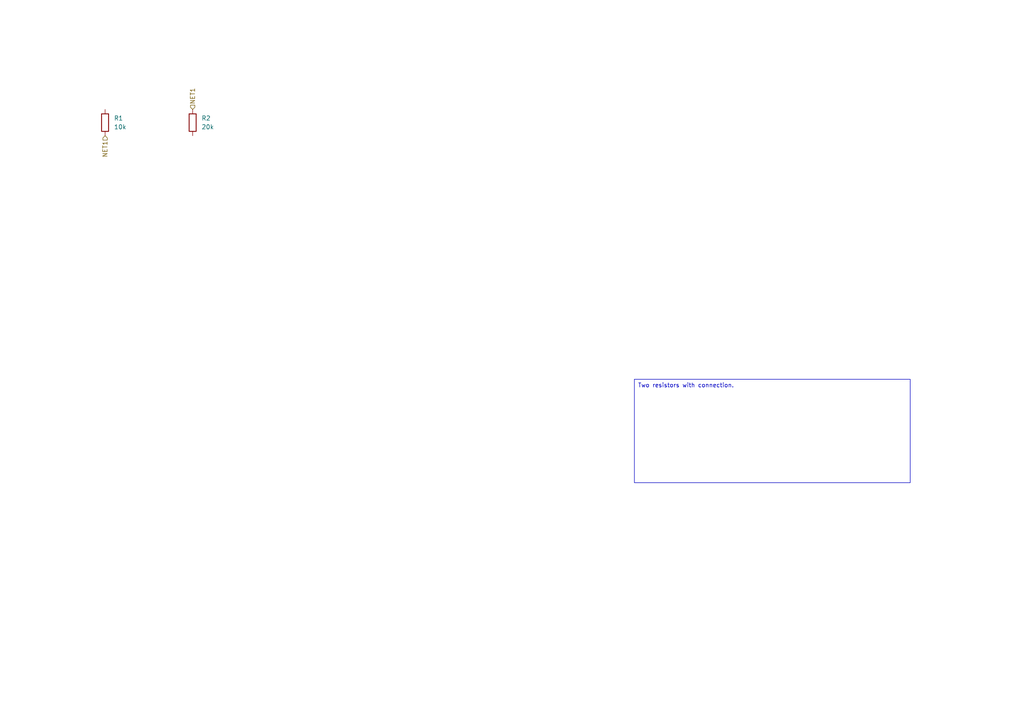
<source format=kicad_sch>
(kicad_sch (version 20250114) (generator "circuit_synth") (generator_version "0.8.36")
  (paper "A4")
  (title_block (title "connected_resistors"))
  (lib_symbols
    (symbol "Device:R" (pin_numbers (hide yes)) (pin_names (offset 0))
      (property "Reference" "R" (at 2.032 0 90))
      (property "Value" "R" (at 0 0 90))
      (symbol "R_0_1"
        (rectangle (start -1.016 -2.54) (end 1.016 2.54) (stroke (width 0.254)))
      )
      (symbol "R_1_1"
        (pin passive line (at 0 3.81 270) (length 1.27) (name "~") (number "1"))
        (pin passive line (at 0 -3.81 90) (length 1.27) (name "~") (number "2"))
      )
    )
  )
  (symbol (lib_id "Device:R") (at 30.48 35.56 0) (unit 1)
    (property "Reference" "R1" (at 33.02 34.2899 0) (effects (justify left)))
    (property "Value" "10k" (at 33.02 36.8299 0) (effects (justify left)))
    (property "Footprint" "Resistor_SMD:R_0603_1608Metric" (effects (hide yes)))
    (property "hierarchy_path" "/591f4bf9-df1c-48d5-a1f8-879b72bd2274" (effects (hide yes)))
    (property "project_name" "connected_resistors" (effects (hide yes)))
    (property "root_uuid" "591f4bf9-df1c-48d5-a1f8-879b72bd2274" (effects (hide yes)))
  )
  (symbol (lib_id "Device:R") (at 55.88 35.56 0) (unit 1)
    (property "Reference" "R2" (at 58.42 34.2899 0) (effects (justify left)))
    (property "Value" "20k" (at 58.42 36.8299 0) (effects (justify left)))
    (property "Footprint" "Resistor_SMD:R_0603_1608Metric" (effects (hide yes)))
    (property "hierarchy_path" "/591f4bf9-df1c-48d5-a1f8-879b72bd2274" (effects (hide yes)))
    (property "project_name" "connected_resistors" (effects (hide yes)))
    (property "root_uuid" "591f4bf9-df1c-48d5-a1f8-879b72bd2274" (effects (hide yes)))
  )
  (hierarchical_label "NET1" (shape input) (at 30.48 39.37 270))
  (hierarchical_label "NET1" (shape input) (at 55.88 31.75 90))
  (text_box "Two resistors with connection." (at 184 110 0) (size 80 30) (margins 1 1 1 1) (effects (font (size 1.2 1.2)) (justify left top)))
)
</source>
